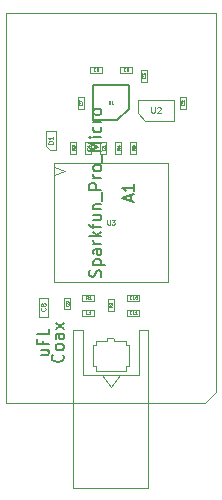
<source format=gbr>
%TF.GenerationSoftware,KiCad,Pcbnew,5.1.7+dfsg1-1~bpo10+1*%
%TF.CreationDate,Date%
%TF.ProjectId,ProMicro_POS,50726f4d-6963-4726-9f5f-504f532e6b69,v3.3*%
%TF.SameCoordinates,Original*%
%TF.FileFunction,Other,Fab,Top*%
%FSLAX46Y46*%
G04 Gerber Fmt 4.6, Leading zero omitted, Abs format (unit mm)*
G04 Created by KiCad*
%MOMM*%
%LPD*%
G01*
G04 APERTURE LIST*
%ADD10C,0.100000*%
%ADD11C,0.150000*%
%ADD12C,0.040000*%
%ADD13C,0.075000*%
%ADD14C,0.060000*%
G04 APERTURE END LIST*
D10*
%TO.C,A1*%
X-16510000Y29210000D02*
X1270000Y29210000D01*
X1270000Y29210000D02*
X1270000Y-2921000D01*
X381000Y-3810000D02*
X1270000Y-2921000D01*
X381000Y-3810000D02*
X-16510000Y-3810000D01*
X-16510000Y-3810000D02*
X-16510000Y29210000D01*
%TO.C,R5*%
X-5465000Y17280000D02*
X-5965000Y17280000D01*
X-5965000Y17280000D02*
X-5965000Y18280000D01*
X-5965000Y18280000D02*
X-5465000Y18280000D01*
X-5465000Y18280000D02*
X-5465000Y17280000D01*
%TO.C,R4*%
X-6735000Y17280000D02*
X-7235000Y17280000D01*
X-7235000Y17280000D02*
X-7235000Y18280000D01*
X-7235000Y18280000D02*
X-6735000Y18280000D01*
X-6735000Y18280000D02*
X-6735000Y17280000D01*
%TO.C,U2*%
X-4710000Y20055000D02*
X-5360000Y20705000D01*
X-5360000Y21855000D02*
X-5360000Y20705000D01*
X-4710000Y20055000D02*
X-2260000Y20055000D01*
X-2260000Y21855000D02*
X-2260000Y20055000D01*
X-5360000Y21855000D02*
X-2260000Y21855000D01*
%TO.C,C3*%
X-4576000Y23376000D02*
X-5076000Y23376000D01*
X-5076000Y23376000D02*
X-5076000Y24376000D01*
X-5076000Y24376000D02*
X-4576000Y24376000D01*
X-4576000Y24376000D02*
X-4576000Y23376000D01*
%TO.C,C2*%
X-1274000Y21090000D02*
X-1774000Y21090000D01*
X-1774000Y21090000D02*
X-1774000Y22090000D01*
X-1774000Y22090000D02*
X-1274000Y22090000D01*
X-1274000Y22090000D02*
X-1274000Y21090000D01*
%TO.C,C1*%
X-8505000Y18280000D02*
X-8005000Y18280000D01*
X-8005000Y18280000D02*
X-8005000Y17280000D01*
X-8005000Y17280000D02*
X-8505000Y17280000D01*
X-8505000Y17280000D02*
X-8505000Y18280000D01*
%TO.C,C4*%
X-9775000Y18280000D02*
X-9275000Y18280000D01*
X-9275000Y18280000D02*
X-9275000Y17280000D01*
X-9275000Y17280000D02*
X-9775000Y17280000D01*
X-9775000Y17280000D02*
X-9775000Y18280000D01*
%TO.C,C7*%
X-10410000Y22090000D02*
X-9910000Y22090000D01*
X-9910000Y22090000D02*
X-9910000Y21090000D01*
X-9910000Y21090000D02*
X-10410000Y21090000D01*
X-10410000Y21090000D02*
X-10410000Y22090000D01*
%TO.C,C9*%
X-11553000Y4095000D02*
X-11553000Y5095000D01*
X-11053000Y4095000D02*
X-11553000Y4095000D01*
X-11053000Y5095000D02*
X-11053000Y4095000D01*
X-11553000Y5095000D02*
X-11053000Y5095000D01*
%TO.C,C6*%
X-6850000Y24134000D02*
X-6850000Y24634000D01*
X-6850000Y24634000D02*
X-5850000Y24634000D01*
X-5850000Y24634000D02*
X-5850000Y24134000D01*
X-5850000Y24134000D02*
X-6850000Y24134000D01*
%TO.C,C5*%
X-8390000Y24634000D02*
X-8390000Y24134000D01*
X-8390000Y24134000D02*
X-9390000Y24134000D01*
X-9390000Y24134000D02*
X-9390000Y24634000D01*
X-9390000Y24634000D02*
X-8390000Y24634000D01*
D11*
%TO.C,U1*%
X-7120000Y20090000D02*
X-9120000Y20090000D01*
X-9120000Y20090000D02*
X-9120000Y23090000D01*
X-9120000Y23090000D02*
X-6120000Y23090000D01*
X-6120000Y23090000D02*
X-6120000Y21090000D01*
X-6120000Y21090000D02*
X-7120000Y20090000D01*
D10*
%TO.C,J1*%
X-9120000Y1060000D02*
X-8920000Y1060000D01*
X-8920000Y1060000D02*
X-8920000Y1460000D01*
X-7920000Y1460000D02*
X-8920000Y1460000D01*
X-7920000Y1710000D02*
X-7920000Y1460000D01*
X-7920000Y1710000D02*
X-7470000Y1710000D01*
X-7320000Y1560000D02*
X-7320000Y1460000D01*
X-7320000Y1460000D02*
X-6320000Y1460000D01*
X-6120000Y1060000D02*
X-6320000Y1060000D01*
X-6320000Y1060000D02*
X-6320000Y1460000D01*
X-9120000Y1060000D02*
X-9120000Y-740000D01*
X-9120000Y-740000D02*
X-8920000Y-740000D01*
X-8920000Y-1140000D02*
X-8920000Y-740000D01*
X-6320000Y-1140000D02*
X-8920000Y-1140000D01*
X-6120000Y1060000D02*
X-6120000Y-740000D01*
X-6120000Y-740000D02*
X-6320000Y-740000D01*
X-6320000Y-1140000D02*
X-6320000Y-740000D01*
X-7320000Y1560000D02*
X-7470000Y1710000D01*
%TO.C,R3*%
X-11045000Y18280000D02*
X-10545000Y18280000D01*
X-10545000Y18280000D02*
X-10545000Y17280000D01*
X-10545000Y17280000D02*
X-11045000Y17280000D01*
X-11045000Y17280000D02*
X-11045000Y18280000D01*
%TO.C,D1*%
X-13100000Y19215000D02*
X-13100000Y17915000D01*
X-13100000Y17915000D02*
X-12800000Y17615000D01*
X-12800000Y17615000D02*
X-12300000Y17615000D01*
X-12300000Y17615000D02*
X-12300000Y19215000D01*
X-12300000Y19215000D02*
X-13100000Y19215000D01*
%TO.C,C8*%
X-13735000Y5092500D02*
X-12935000Y5092500D01*
X-12935000Y5092500D02*
X-12935000Y3492500D01*
X-12935000Y3492500D02*
X-13735000Y3492500D01*
X-13735000Y3492500D02*
X-13735000Y5092500D01*
%TO.C,R1*%
X-9025000Y4830000D02*
X-10025000Y4830000D01*
X-9025000Y5330000D02*
X-9025000Y4830000D01*
X-10025000Y5330000D02*
X-9025000Y5330000D01*
X-10025000Y4830000D02*
X-10025000Y5330000D01*
%TO.C,L1*%
X-9025000Y3560000D02*
X-10025000Y3560000D01*
X-9025000Y4060000D02*
X-9025000Y3560000D01*
X-10025000Y4060000D02*
X-9025000Y4060000D01*
X-10025000Y3560000D02*
X-10025000Y4060000D01*
%TO.C,R2*%
X-7370000Y3945000D02*
X-7870000Y3945000D01*
X-7870000Y3945000D02*
X-7870000Y4945000D01*
X-7870000Y4945000D02*
X-7370000Y4945000D01*
X-7370000Y4945000D02*
X-7370000Y3945000D01*
%TO.C,C11*%
X-6215000Y3560000D02*
X-6215000Y4060000D01*
X-6215000Y4060000D02*
X-5215000Y4060000D01*
X-5215000Y4060000D02*
X-5215000Y3560000D01*
X-5215000Y3560000D02*
X-6215000Y3560000D01*
%TO.C,C10*%
X-6215000Y4830000D02*
X-6215000Y5330000D01*
X-6215000Y5330000D02*
X-5215000Y5330000D01*
X-5215000Y5330000D02*
X-5215000Y4830000D01*
X-5215000Y4830000D02*
X-6215000Y4830000D01*
%TO.C,J2*%
X-7620000Y-2465000D02*
X-8370000Y-1465000D01*
X-6870000Y-1465000D02*
X-7620000Y-2465000D01*
X-4455000Y-10985000D02*
X-10785000Y-10985000D01*
X-4445000Y2345000D02*
X-4445000Y-10985000D01*
X-4445000Y2345000D02*
X-5255000Y2345000D01*
X-5255000Y2345000D02*
X-5255000Y-1465000D01*
X-5255000Y-1465000D02*
X-9985000Y-1465000D01*
X-9985000Y-1465000D02*
X-9985000Y2345000D01*
X-9985000Y2345000D02*
X-10795000Y2345000D01*
X-10795000Y2345000D02*
X-10795000Y-10985000D01*
%TO.C,U3*%
X-12470000Y16180000D02*
X-11470000Y15830000D01*
X-11470000Y15830000D02*
X-12470000Y15480000D01*
X-12470000Y6380000D02*
X-2770000Y6380000D01*
X-12470000Y16480000D02*
X-2770000Y16480000D01*
X-2770000Y16480000D02*
X-2770000Y6380000D01*
X-12470000Y16480000D02*
X-12470000Y6380000D01*
%TD*%
%TO.C,A1*%
D11*
X-8485239Y6850953D02*
X-8437620Y6993810D01*
X-8437620Y7231905D01*
X-8485239Y7327143D01*
X-8532858Y7374762D01*
X-8628096Y7422381D01*
X-8723334Y7422381D01*
X-8818572Y7374762D01*
X-8866191Y7327143D01*
X-8913810Y7231905D01*
X-8961429Y7041429D01*
X-9009048Y6946191D01*
X-9056667Y6898572D01*
X-9151905Y6850953D01*
X-9247143Y6850953D01*
X-9342381Y6898572D01*
X-9390000Y6946191D01*
X-9437620Y7041429D01*
X-9437620Y7279524D01*
X-9390000Y7422381D01*
X-9104286Y7850953D02*
X-8104286Y7850953D01*
X-9056667Y7850953D02*
X-9104286Y7946191D01*
X-9104286Y8136667D01*
X-9056667Y8231905D01*
X-9009048Y8279524D01*
X-8913810Y8327143D01*
X-8628096Y8327143D01*
X-8532858Y8279524D01*
X-8485239Y8231905D01*
X-8437620Y8136667D01*
X-8437620Y7946191D01*
X-8485239Y7850953D01*
X-8437620Y9184286D02*
X-8961429Y9184286D01*
X-9056667Y9136667D01*
X-9104286Y9041429D01*
X-9104286Y8850953D01*
X-9056667Y8755715D01*
X-8485239Y9184286D02*
X-8437620Y9089048D01*
X-8437620Y8850953D01*
X-8485239Y8755715D01*
X-8580477Y8708096D01*
X-8675715Y8708096D01*
X-8770953Y8755715D01*
X-8818572Y8850953D01*
X-8818572Y9089048D01*
X-8866191Y9184286D01*
X-8437620Y9660477D02*
X-9104286Y9660477D01*
X-8913810Y9660477D02*
X-9009048Y9708096D01*
X-9056667Y9755715D01*
X-9104286Y9850953D01*
X-9104286Y9946191D01*
X-8437620Y10279524D02*
X-9437620Y10279524D01*
X-8818572Y10374762D02*
X-8437620Y10660477D01*
X-9104286Y10660477D02*
X-8723334Y10279524D01*
X-9104286Y10946191D02*
X-9104286Y11327143D01*
X-8437620Y11089048D02*
X-9294762Y11089048D01*
X-9390000Y11136667D01*
X-9437620Y11231905D01*
X-9437620Y11327143D01*
X-9104286Y12089048D02*
X-8437620Y12089048D01*
X-9104286Y11660477D02*
X-8580477Y11660477D01*
X-8485239Y11708096D01*
X-8437620Y11803334D01*
X-8437620Y11946191D01*
X-8485239Y12041429D01*
X-8532858Y12089048D01*
X-9104286Y12565239D02*
X-8437620Y12565239D01*
X-9009048Y12565239D02*
X-9056667Y12612858D01*
X-9104286Y12708096D01*
X-9104286Y12850953D01*
X-9056667Y12946191D01*
X-8961429Y12993810D01*
X-8437620Y12993810D01*
X-8342381Y13231905D02*
X-8342381Y13993810D01*
X-8437620Y14231905D02*
X-9437620Y14231905D01*
X-9437620Y14612858D01*
X-9390000Y14708096D01*
X-9342381Y14755715D01*
X-9247143Y14803334D01*
X-9104286Y14803334D01*
X-9009048Y14755715D01*
X-8961429Y14708096D01*
X-8913810Y14612858D01*
X-8913810Y14231905D01*
X-8437620Y15231905D02*
X-9104286Y15231905D01*
X-8913810Y15231905D02*
X-9009048Y15279524D01*
X-9056667Y15327143D01*
X-9104286Y15422381D01*
X-9104286Y15517620D01*
X-8437620Y15993810D02*
X-8485239Y15898572D01*
X-8532858Y15850953D01*
X-8628096Y15803334D01*
X-8913810Y15803334D01*
X-9009048Y15850953D01*
X-9056667Y15898572D01*
X-9104286Y15993810D01*
X-9104286Y16136667D01*
X-9056667Y16231905D01*
X-9009048Y16279524D01*
X-8913810Y16327143D01*
X-8628096Y16327143D01*
X-8532858Y16279524D01*
X-8485239Y16231905D01*
X-8437620Y16136667D01*
X-8437620Y15993810D01*
X-8342381Y16517620D02*
X-8342381Y17279524D01*
X-8437620Y17517620D02*
X-9437620Y17517620D01*
X-8723334Y17850953D01*
X-9437620Y18184286D01*
X-8437620Y18184286D01*
X-8437620Y18660477D02*
X-9104286Y18660477D01*
X-9437620Y18660477D02*
X-9390000Y18612858D01*
X-9342381Y18660477D01*
X-9390000Y18708096D01*
X-9437620Y18660477D01*
X-9342381Y18660477D01*
X-8485239Y19565239D02*
X-8437620Y19470000D01*
X-8437620Y19279524D01*
X-8485239Y19184286D01*
X-8532858Y19136667D01*
X-8628096Y19089048D01*
X-8913810Y19089048D01*
X-9009048Y19136667D01*
X-9056667Y19184286D01*
X-9104286Y19279524D01*
X-9104286Y19470000D01*
X-9056667Y19565239D01*
X-8437620Y19993810D02*
X-9104286Y19993810D01*
X-8913810Y19993810D02*
X-9009048Y20041429D01*
X-9056667Y20089048D01*
X-9104286Y20184286D01*
X-9104286Y20279524D01*
X-8437620Y20755715D02*
X-8485239Y20660477D01*
X-8532858Y20612858D01*
X-8628096Y20565239D01*
X-8913810Y20565239D01*
X-9009048Y20612858D01*
X-9056667Y20660477D01*
X-9104286Y20755715D01*
X-9104286Y20898572D01*
X-9056667Y20993810D01*
X-9009048Y21041429D01*
X-8913810Y21089048D01*
X-8628096Y21089048D01*
X-8532858Y21041429D01*
X-8485239Y20993810D01*
X-8437620Y20898572D01*
X-8437620Y20755715D01*
X-5929334Y13255715D02*
X-5929334Y13731905D01*
X-5643620Y13160477D02*
X-6643620Y13493810D01*
X-5643620Y13827143D01*
X-5643620Y14684286D02*
X-5643620Y14112858D01*
X-5643620Y14398572D02*
X-6643620Y14398572D01*
X-6500762Y14303334D01*
X-6405524Y14208096D01*
X-6357905Y14112858D01*
%TO.C,R5*%
D12*
X-5601905Y17738334D02*
X-5720953Y17655000D01*
X-5601905Y17595477D02*
X-5851905Y17595477D01*
X-5851905Y17690715D01*
X-5840000Y17714524D01*
X-5828096Y17726429D01*
X-5804286Y17738334D01*
X-5768572Y17738334D01*
X-5744762Y17726429D01*
X-5732858Y17714524D01*
X-5720953Y17690715D01*
X-5720953Y17595477D01*
X-5851905Y17964524D02*
X-5851905Y17845477D01*
X-5732858Y17833572D01*
X-5744762Y17845477D01*
X-5756667Y17869286D01*
X-5756667Y17928810D01*
X-5744762Y17952620D01*
X-5732858Y17964524D01*
X-5709048Y17976429D01*
X-5649524Y17976429D01*
X-5625715Y17964524D01*
X-5613810Y17952620D01*
X-5601905Y17928810D01*
X-5601905Y17869286D01*
X-5613810Y17845477D01*
X-5625715Y17833572D01*
%TO.C,R4*%
X-6871905Y17738334D02*
X-6990953Y17655000D01*
X-6871905Y17595477D02*
X-7121905Y17595477D01*
X-7121905Y17690715D01*
X-7110000Y17714524D01*
X-7098096Y17726429D01*
X-7074286Y17738334D01*
X-7038572Y17738334D01*
X-7014762Y17726429D01*
X-7002858Y17714524D01*
X-6990953Y17690715D01*
X-6990953Y17595477D01*
X-7038572Y17952620D02*
X-6871905Y17952620D01*
X-7133810Y17893096D02*
X-6955239Y17833572D01*
X-6955239Y17988334D01*
%TO.C,U2*%
D13*
X-4190953Y21228810D02*
X-4190953Y20824048D01*
X-4167143Y20776429D01*
X-4143334Y20752620D01*
X-4095715Y20728810D01*
X-4000477Y20728810D01*
X-3952858Y20752620D01*
X-3929048Y20776429D01*
X-3905239Y20824048D01*
X-3905239Y21228810D01*
X-3690953Y21181191D02*
X-3667143Y21205000D01*
X-3619524Y21228810D01*
X-3500477Y21228810D01*
X-3452858Y21205000D01*
X-3429048Y21181191D01*
X-3405239Y21133572D01*
X-3405239Y21085953D01*
X-3429048Y21014524D01*
X-3714762Y20728810D01*
X-3405239Y20728810D01*
%TO.C,C3*%
D12*
X-4736715Y23834334D02*
X-4724810Y23822429D01*
X-4712905Y23786715D01*
X-4712905Y23762905D01*
X-4724810Y23727191D01*
X-4748620Y23703381D01*
X-4772429Y23691477D01*
X-4820048Y23679572D01*
X-4855762Y23679572D01*
X-4903381Y23691477D01*
X-4927191Y23703381D01*
X-4951000Y23727191D01*
X-4962905Y23762905D01*
X-4962905Y23786715D01*
X-4951000Y23822429D01*
X-4939096Y23834334D01*
X-4962905Y23917667D02*
X-4962905Y24072429D01*
X-4867667Y23989096D01*
X-4867667Y24024810D01*
X-4855762Y24048620D01*
X-4843858Y24060524D01*
X-4820048Y24072429D01*
X-4760524Y24072429D01*
X-4736715Y24060524D01*
X-4724810Y24048620D01*
X-4712905Y24024810D01*
X-4712905Y23953381D01*
X-4724810Y23929572D01*
X-4736715Y23917667D01*
%TO.C,C2*%
X-1434715Y21548334D02*
X-1422810Y21536429D01*
X-1410905Y21500715D01*
X-1410905Y21476905D01*
X-1422810Y21441191D01*
X-1446620Y21417381D01*
X-1470429Y21405477D01*
X-1518048Y21393572D01*
X-1553762Y21393572D01*
X-1601381Y21405477D01*
X-1625191Y21417381D01*
X-1649000Y21441191D01*
X-1660905Y21476905D01*
X-1660905Y21500715D01*
X-1649000Y21536429D01*
X-1637096Y21548334D01*
X-1637096Y21643572D02*
X-1649000Y21655477D01*
X-1660905Y21679286D01*
X-1660905Y21738810D01*
X-1649000Y21762620D01*
X-1637096Y21774524D01*
X-1613286Y21786429D01*
X-1589477Y21786429D01*
X-1553762Y21774524D01*
X-1410905Y21631667D01*
X-1410905Y21786429D01*
%TO.C,C1*%
X-8165715Y17738334D02*
X-8153810Y17726429D01*
X-8141905Y17690715D01*
X-8141905Y17666905D01*
X-8153810Y17631191D01*
X-8177620Y17607381D01*
X-8201429Y17595477D01*
X-8249048Y17583572D01*
X-8284762Y17583572D01*
X-8332381Y17595477D01*
X-8356191Y17607381D01*
X-8380000Y17631191D01*
X-8391905Y17666905D01*
X-8391905Y17690715D01*
X-8380000Y17726429D01*
X-8368096Y17738334D01*
X-8141905Y17976429D02*
X-8141905Y17833572D01*
X-8141905Y17905000D02*
X-8391905Y17905000D01*
X-8356191Y17881191D01*
X-8332381Y17857381D01*
X-8320477Y17833572D01*
%TO.C,C4*%
X-9435715Y17738334D02*
X-9423810Y17726429D01*
X-9411905Y17690715D01*
X-9411905Y17666905D01*
X-9423810Y17631191D01*
X-9447620Y17607381D01*
X-9471429Y17595477D01*
X-9519048Y17583572D01*
X-9554762Y17583572D01*
X-9602381Y17595477D01*
X-9626191Y17607381D01*
X-9650000Y17631191D01*
X-9661905Y17666905D01*
X-9661905Y17690715D01*
X-9650000Y17726429D01*
X-9638096Y17738334D01*
X-9578572Y17952620D02*
X-9411905Y17952620D01*
X-9673810Y17893096D02*
X-9495239Y17833572D01*
X-9495239Y17988334D01*
%TO.C,C7*%
X-10070715Y21548334D02*
X-10058810Y21536429D01*
X-10046905Y21500715D01*
X-10046905Y21476905D01*
X-10058810Y21441191D01*
X-10082620Y21417381D01*
X-10106429Y21405477D01*
X-10154048Y21393572D01*
X-10189762Y21393572D01*
X-10237381Y21405477D01*
X-10261191Y21417381D01*
X-10285000Y21441191D01*
X-10296905Y21476905D01*
X-10296905Y21500715D01*
X-10285000Y21536429D01*
X-10273096Y21548334D01*
X-10296905Y21631667D02*
X-10296905Y21798334D01*
X-10046905Y21691191D01*
%TO.C,C9*%
X-11213715Y4553334D02*
X-11201810Y4541429D01*
X-11189905Y4505715D01*
X-11189905Y4481905D01*
X-11201810Y4446191D01*
X-11225620Y4422381D01*
X-11249429Y4410477D01*
X-11297048Y4398572D01*
X-11332762Y4398572D01*
X-11380381Y4410477D01*
X-11404191Y4422381D01*
X-11428000Y4446191D01*
X-11439905Y4481905D01*
X-11439905Y4505715D01*
X-11428000Y4541429D01*
X-11416096Y4553334D01*
X-11189905Y4672381D02*
X-11189905Y4720000D01*
X-11201810Y4743810D01*
X-11213715Y4755715D01*
X-11249429Y4779524D01*
X-11297048Y4791429D01*
X-11392286Y4791429D01*
X-11416096Y4779524D01*
X-11428000Y4767620D01*
X-11439905Y4743810D01*
X-11439905Y4696191D01*
X-11428000Y4672381D01*
X-11416096Y4660477D01*
X-11392286Y4648572D01*
X-11332762Y4648572D01*
X-11308953Y4660477D01*
X-11297048Y4672381D01*
X-11285143Y4696191D01*
X-11285143Y4743810D01*
X-11297048Y4767620D01*
X-11308953Y4779524D01*
X-11332762Y4791429D01*
%TO.C,C6*%
X-6391667Y24294715D02*
X-6403572Y24282810D01*
X-6439286Y24270905D01*
X-6463096Y24270905D01*
X-6498810Y24282810D01*
X-6522620Y24306620D01*
X-6534524Y24330429D01*
X-6546429Y24378048D01*
X-6546429Y24413762D01*
X-6534524Y24461381D01*
X-6522620Y24485191D01*
X-6498810Y24509000D01*
X-6463096Y24520905D01*
X-6439286Y24520905D01*
X-6403572Y24509000D01*
X-6391667Y24497096D01*
X-6177381Y24520905D02*
X-6225000Y24520905D01*
X-6248810Y24509000D01*
X-6260715Y24497096D01*
X-6284524Y24461381D01*
X-6296429Y24413762D01*
X-6296429Y24318524D01*
X-6284524Y24294715D01*
X-6272620Y24282810D01*
X-6248810Y24270905D01*
X-6201191Y24270905D01*
X-6177381Y24282810D01*
X-6165477Y24294715D01*
X-6153572Y24318524D01*
X-6153572Y24378048D01*
X-6165477Y24401858D01*
X-6177381Y24413762D01*
X-6201191Y24425667D01*
X-6248810Y24425667D01*
X-6272620Y24413762D01*
X-6284524Y24401858D01*
X-6296429Y24378048D01*
%TO.C,C5*%
X-8931667Y24294715D02*
X-8943572Y24282810D01*
X-8979286Y24270905D01*
X-9003096Y24270905D01*
X-9038810Y24282810D01*
X-9062620Y24306620D01*
X-9074524Y24330429D01*
X-9086429Y24378048D01*
X-9086429Y24413762D01*
X-9074524Y24461381D01*
X-9062620Y24485191D01*
X-9038810Y24509000D01*
X-9003096Y24520905D01*
X-8979286Y24520905D01*
X-8943572Y24509000D01*
X-8931667Y24497096D01*
X-8705477Y24520905D02*
X-8824524Y24520905D01*
X-8836429Y24401858D01*
X-8824524Y24413762D01*
X-8800715Y24425667D01*
X-8741191Y24425667D01*
X-8717381Y24413762D01*
X-8705477Y24401858D01*
X-8693572Y24378048D01*
X-8693572Y24318524D01*
X-8705477Y24294715D01*
X-8717381Y24282810D01*
X-8741191Y24270905D01*
X-8800715Y24270905D01*
X-8824524Y24282810D01*
X-8836429Y24294715D01*
%TO.C,U1*%
X-7810477Y21726905D02*
X-7810477Y21524524D01*
X-7798572Y21500715D01*
X-7786667Y21488810D01*
X-7762858Y21476905D01*
X-7715239Y21476905D01*
X-7691429Y21488810D01*
X-7679524Y21500715D01*
X-7667620Y21524524D01*
X-7667620Y21726905D01*
X-7417620Y21476905D02*
X-7560477Y21476905D01*
X-7489048Y21476905D02*
X-7489048Y21726905D01*
X-7512858Y21691191D01*
X-7536667Y21667381D01*
X-7560477Y21655477D01*
%TO.C,J1*%
D11*
X-13549286Y650953D02*
X-12882620Y650953D01*
X-13549286Y222381D02*
X-13025477Y222381D01*
X-12930239Y270000D01*
X-12882620Y365239D01*
X-12882620Y508096D01*
X-12930239Y603334D01*
X-12977858Y650953D01*
X-13406429Y1460477D02*
X-13406429Y1127143D01*
X-12882620Y1127143D02*
X-13882620Y1127143D01*
X-13882620Y1603334D01*
X-12882620Y2460477D02*
X-12882620Y1984286D01*
X-13882620Y1984286D01*
%TO.C,R3*%
D12*
X-10681905Y17738334D02*
X-10800953Y17655000D01*
X-10681905Y17595477D02*
X-10931905Y17595477D01*
X-10931905Y17690715D01*
X-10920000Y17714524D01*
X-10908096Y17726429D01*
X-10884286Y17738334D01*
X-10848572Y17738334D01*
X-10824762Y17726429D01*
X-10812858Y17714524D01*
X-10800953Y17690715D01*
X-10800953Y17595477D01*
X-10931905Y17821667D02*
X-10931905Y17976429D01*
X-10836667Y17893096D01*
X-10836667Y17928810D01*
X-10824762Y17952620D01*
X-10812858Y17964524D01*
X-10789048Y17976429D01*
X-10729524Y17976429D01*
X-10705715Y17964524D01*
X-10693810Y17952620D01*
X-10681905Y17928810D01*
X-10681905Y17857381D01*
X-10693810Y17833572D01*
X-10705715Y17821667D01*
%TO.C,D1*%
D14*
X-12519048Y18119762D02*
X-12919048Y18119762D01*
X-12919048Y18215000D01*
X-12900000Y18272143D01*
X-12861905Y18310239D01*
X-12823810Y18329286D01*
X-12747620Y18348334D01*
X-12690477Y18348334D01*
X-12614286Y18329286D01*
X-12576191Y18310239D01*
X-12538096Y18272143D01*
X-12519048Y18215000D01*
X-12519048Y18119762D01*
X-12519048Y18729286D02*
X-12519048Y18500715D01*
X-12519048Y18615000D02*
X-12919048Y18615000D01*
X-12861905Y18576905D01*
X-12823810Y18538810D01*
X-12804762Y18500715D01*
%TO.C,C8*%
X-13192143Y4225834D02*
X-13173096Y4206786D01*
X-13154048Y4149643D01*
X-13154048Y4111548D01*
X-13173096Y4054405D01*
X-13211191Y4016310D01*
X-13249286Y3997262D01*
X-13325477Y3978215D01*
X-13382620Y3978215D01*
X-13458810Y3997262D01*
X-13496905Y4016310D01*
X-13535000Y4054405D01*
X-13554048Y4111548D01*
X-13554048Y4149643D01*
X-13535000Y4206786D01*
X-13515953Y4225834D01*
X-13382620Y4454405D02*
X-13401667Y4416310D01*
X-13420715Y4397262D01*
X-13458810Y4378215D01*
X-13477858Y4378215D01*
X-13515953Y4397262D01*
X-13535000Y4416310D01*
X-13554048Y4454405D01*
X-13554048Y4530596D01*
X-13535000Y4568691D01*
X-13515953Y4587739D01*
X-13477858Y4606786D01*
X-13458810Y4606786D01*
X-13420715Y4587739D01*
X-13401667Y4568691D01*
X-13382620Y4530596D01*
X-13382620Y4454405D01*
X-13363572Y4416310D01*
X-13344524Y4397262D01*
X-13306429Y4378215D01*
X-13230239Y4378215D01*
X-13192143Y4397262D01*
X-13173096Y4416310D01*
X-13154048Y4454405D01*
X-13154048Y4530596D01*
X-13173096Y4568691D01*
X-13192143Y4587739D01*
X-13230239Y4606786D01*
X-13306429Y4606786D01*
X-13344524Y4587739D01*
X-13363572Y4568691D01*
X-13382620Y4530596D01*
%TO.C,R1*%
D12*
X-9566667Y4966905D02*
X-9650000Y5085953D01*
X-9709524Y4966905D02*
X-9709524Y5216905D01*
X-9614286Y5216905D01*
X-9590477Y5205000D01*
X-9578572Y5193096D01*
X-9566667Y5169286D01*
X-9566667Y5133572D01*
X-9578572Y5109762D01*
X-9590477Y5097858D01*
X-9614286Y5085953D01*
X-9709524Y5085953D01*
X-9328572Y4966905D02*
X-9471429Y4966905D01*
X-9400000Y4966905D02*
X-9400000Y5216905D01*
X-9423810Y5181191D01*
X-9447620Y5157381D01*
X-9471429Y5145477D01*
%TO.C,L1*%
X-9566667Y3696905D02*
X-9685715Y3696905D01*
X-9685715Y3946905D01*
X-9352381Y3696905D02*
X-9495239Y3696905D01*
X-9423810Y3696905D02*
X-9423810Y3946905D01*
X-9447620Y3911191D01*
X-9471429Y3887381D01*
X-9495239Y3875477D01*
%TO.C,R2*%
X-7506905Y4403334D02*
X-7625953Y4320000D01*
X-7506905Y4260477D02*
X-7756905Y4260477D01*
X-7756905Y4355715D01*
X-7745000Y4379524D01*
X-7733096Y4391429D01*
X-7709286Y4403334D01*
X-7673572Y4403334D01*
X-7649762Y4391429D01*
X-7637858Y4379524D01*
X-7625953Y4355715D01*
X-7625953Y4260477D01*
X-7733096Y4498572D02*
X-7745000Y4510477D01*
X-7756905Y4534286D01*
X-7756905Y4593810D01*
X-7745000Y4617620D01*
X-7733096Y4629524D01*
X-7709286Y4641429D01*
X-7685477Y4641429D01*
X-7649762Y4629524D01*
X-7506905Y4486667D01*
X-7506905Y4641429D01*
%TO.C,C11*%
X-5875715Y3720715D02*
X-5887620Y3708810D01*
X-5923334Y3696905D01*
X-5947143Y3696905D01*
X-5982858Y3708810D01*
X-6006667Y3732620D01*
X-6018572Y3756429D01*
X-6030477Y3804048D01*
X-6030477Y3839762D01*
X-6018572Y3887381D01*
X-6006667Y3911191D01*
X-5982858Y3935000D01*
X-5947143Y3946905D01*
X-5923334Y3946905D01*
X-5887620Y3935000D01*
X-5875715Y3923096D01*
X-5637620Y3696905D02*
X-5780477Y3696905D01*
X-5709048Y3696905D02*
X-5709048Y3946905D01*
X-5732858Y3911191D01*
X-5756667Y3887381D01*
X-5780477Y3875477D01*
X-5399524Y3696905D02*
X-5542381Y3696905D01*
X-5470953Y3696905D02*
X-5470953Y3946905D01*
X-5494762Y3911191D01*
X-5518572Y3887381D01*
X-5542381Y3875477D01*
%TO.C,C10*%
X-5875715Y4990715D02*
X-5887620Y4978810D01*
X-5923334Y4966905D01*
X-5947143Y4966905D01*
X-5982858Y4978810D01*
X-6006667Y5002620D01*
X-6018572Y5026429D01*
X-6030477Y5074048D01*
X-6030477Y5109762D01*
X-6018572Y5157381D01*
X-6006667Y5181191D01*
X-5982858Y5205000D01*
X-5947143Y5216905D01*
X-5923334Y5216905D01*
X-5887620Y5205000D01*
X-5875715Y5193096D01*
X-5637620Y4966905D02*
X-5780477Y4966905D01*
X-5709048Y4966905D02*
X-5709048Y5216905D01*
X-5732858Y5181191D01*
X-5756667Y5157381D01*
X-5780477Y5145477D01*
X-5482858Y5216905D02*
X-5459048Y5216905D01*
X-5435239Y5205000D01*
X-5423334Y5193096D01*
X-5411429Y5169286D01*
X-5399524Y5121667D01*
X-5399524Y5062143D01*
X-5411429Y5014524D01*
X-5423334Y4990715D01*
X-5435239Y4978810D01*
X-5459048Y4966905D01*
X-5482858Y4966905D01*
X-5506667Y4978810D01*
X-5518572Y4990715D01*
X-5530477Y5014524D01*
X-5542381Y5062143D01*
X-5542381Y5121667D01*
X-5530477Y5169286D01*
X-5518572Y5193096D01*
X-5506667Y5205000D01*
X-5482858Y5216905D01*
%TO.C,J2*%
D11*
X-11707858Y270000D02*
X-11660239Y222381D01*
X-11612620Y79524D01*
X-11612620Y-15714D01*
X-11660239Y-158571D01*
X-11755477Y-253809D01*
X-11850715Y-301428D01*
X-12041191Y-349047D01*
X-12184048Y-349047D01*
X-12374524Y-301428D01*
X-12469762Y-253809D01*
X-12565000Y-158571D01*
X-12612620Y-15714D01*
X-12612620Y79524D01*
X-12565000Y222381D01*
X-12517381Y270000D01*
X-11612620Y841429D02*
X-11660239Y746191D01*
X-11707858Y698572D01*
X-11803096Y650953D01*
X-12088810Y650953D01*
X-12184048Y698572D01*
X-12231667Y746191D01*
X-12279286Y841429D01*
X-12279286Y984286D01*
X-12231667Y1079524D01*
X-12184048Y1127143D01*
X-12088810Y1174762D01*
X-11803096Y1174762D01*
X-11707858Y1127143D01*
X-11660239Y1079524D01*
X-11612620Y984286D01*
X-11612620Y841429D01*
X-11612620Y2031905D02*
X-12136429Y2031905D01*
X-12231667Y1984286D01*
X-12279286Y1889048D01*
X-12279286Y1698572D01*
X-12231667Y1603334D01*
X-11660239Y2031905D02*
X-11612620Y1936667D01*
X-11612620Y1698572D01*
X-11660239Y1603334D01*
X-11755477Y1555715D01*
X-11850715Y1555715D01*
X-11945953Y1603334D01*
X-11993572Y1698572D01*
X-11993572Y1936667D01*
X-12041191Y2031905D01*
X-11612620Y2412858D02*
X-12279286Y2936667D01*
X-12279286Y2412858D02*
X-11612620Y2936667D01*
%TO.C,U3*%
D14*
X-7924762Y11649048D02*
X-7924762Y11325239D01*
X-7905715Y11287143D01*
X-7886667Y11268096D01*
X-7848572Y11249048D01*
X-7772381Y11249048D01*
X-7734286Y11268096D01*
X-7715239Y11287143D01*
X-7696191Y11325239D01*
X-7696191Y11649048D01*
X-7543810Y11649048D02*
X-7296191Y11649048D01*
X-7429524Y11496667D01*
X-7372381Y11496667D01*
X-7334286Y11477620D01*
X-7315239Y11458572D01*
X-7296191Y11420477D01*
X-7296191Y11325239D01*
X-7315239Y11287143D01*
X-7334286Y11268096D01*
X-7372381Y11249048D01*
X-7486667Y11249048D01*
X-7524762Y11268096D01*
X-7543810Y11287143D01*
%TD*%
M02*

</source>
